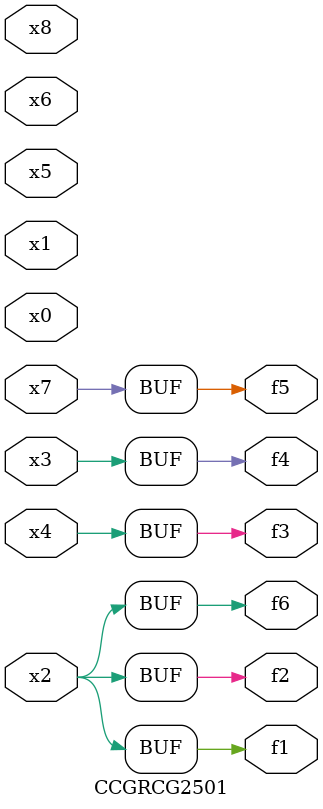
<source format=v>
module CCGRCG2501(
	input x0, x1, x2, x3, x4, x5, x6, x7, x8,
	output f1, f2, f3, f4, f5, f6
);
	assign f1 = x2;
	assign f2 = x2;
	assign f3 = x4;
	assign f4 = x3;
	assign f5 = x7;
	assign f6 = x2;
endmodule

</source>
